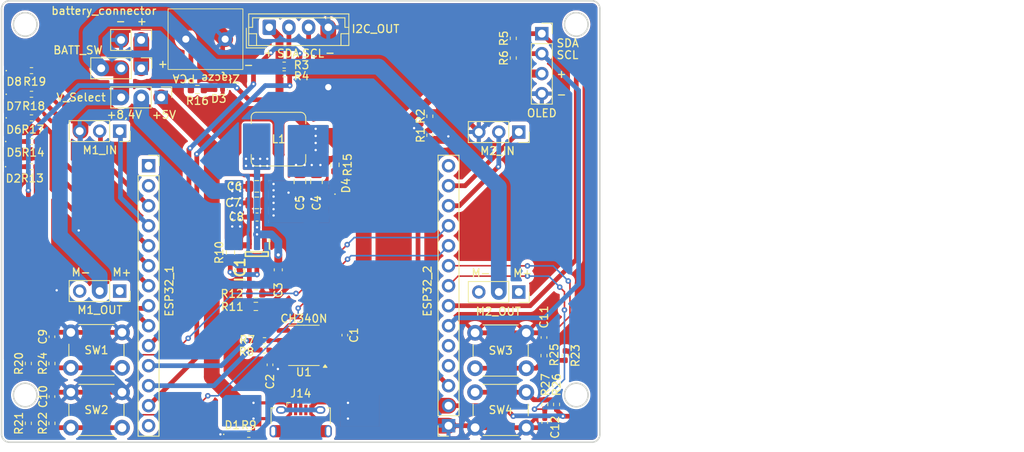
<source format=kicad_pcb>
(kicad_pcb (version 20240108) (generator "pcbnew") (generator_version "8.0")
  (layers (0 "F.Cu" signal) (31 "B.Cu" signal) (34 "B.Paste" user) (35 "F.Paste" user) (36 "B.SilkS" user "B.Silkscreen") (37 "F.SilkS" user "F.Silkscreen") (38 "B.Mask" user) (39 "F.Mask" user) (44 "Edge.Cuts" user))
  (net 0 "")
  (net 1 "GND")
  (net 2 "+5V")
  (net 3 "Net-(U1-V3)")
  (net 4 "Net-(IC1-VBST)")
  (net 5 "SW")
  (net 6 "+3.3V")
  (net 7 "Przetwornica_VIN")
  (net 8 "IO14")
  (net 9 "IO27")
  (net 10 "IO26")
  (net 11 "IO25")
  (net 12 "Net-(D1-A)")
  (net 13 "Net-(D2-A)")
  (net 14 "Net-(D3-A)")
  (net 15 "Net-(D4-A)")
  (net 16 "Net-(D5-A)")
  (net 17 "Net-(D6-A)")
  (net 18 "Net-(D7-A)")
  (net 19 "Net-(D8-A)")
  (net 20 "Net-(IC1-EN)")
  (net 21 "Net-(IC1-VFB)")
  (net 22 "IO17")
  (net 23 "RXD0")
  (net 24 "IO5")
  (net 25 "IO4{slash}M1_PWM+")
  (net 26 "IO21{slash}SDA")
  (net 27 "IO18")
  (net 29 "IO16")
  (net 30 "IO15")
  (net 31 "IO19")
  (net 32 "IO2{slash}M1_PWM-")
  (net 33 "TXD0")
  (net 34 "IO22{slash}SCL")
  (net 35 "IO23")
  (net 36 "IO34")
  (net 37 "IO33{slash}SDA")
  (net 38 "IO35")
  (net 39 "IO12{slash}M2_PWM-")
  (net 40 "IO32{slash}SCL")
  (net 42 "SENSOR_VN")
  (net 43 "IO13{slash}M2_PWM+")
  (net 44 "V_M1-")
  (net 45 "V_M1+")
  (net 46 "+BATT")
  (net 47 "V_M2-")
  (net 48 "V_M2+")
  (net 49 "Net-(J10-Pin_1)")
  (net 50 "Net-(J14-D-)")
  (net 51 "Net-(J14-D+)")
  (net 52 "unconnected-(J14-Shield-Pad6)_1")
  (net 54 "Net-(U1-TXD)")
  (net 55 "Net-(U1-RXD)")
  (net 56 "Net-(R20-Pad2)")
  (net 57 "Net-(R21-Pad2)")
  (net 58 "Net-(R23-Pad2)")
  (net 59 "Net-(R26-Pad2)")
  (footprint "Capacitor_SMD:C_0805_2012Metric" (layer "F.Cu") (at 117.84632 63.194319)
    (property "Reference" "C6")
    (property "Value" "10uF" (hide yes))
  )
  (footprint "Resistor_SMD:R_0603_1608Metric" (layer "F.Cu") (at 110.29632 50.894319 180)
    (property "Reference" "R16")
    (property "Value" "1kR" (hide yes))
  )
  (footprint "LED_SMD:LED_0402_1005Metric" (layer "F.Cu") (at 127.77132 63.094319 90)
    (property "Reference" "D4")
    (property "Value" "LED" (hide yes))
  )
  (footprint "Capacitor_SMD:C_0402_1005Metric_Pad0.74x0.62mm_HandSolder" (layer "F.Cu") (at 91.82132 89.894319 90)
    (property "Reference" "C10")
    (property "Value" "10nF" (hide yes))
  )
  (footprint "Connector_PinSocket_2.54mm:PinSocket_1x03_P2.54mm_Vertical" (layer "F.Cu") (at 100.42132 56.174319 -90)
    (property "Reference" "J4" (hide yes))
    (property "Value" "M1_IN")
  )
  (footprint "User_defined_footprints:SOT95P280X110-6N" (layer "F.Cu") (at 117.84632 71.794319 -90)
    (property "Reference" "IC1")
    (property "Value" "TPS563201DDCR" (hide yes))
  )
  (footprint "Capacitor_SMD:C_0603_1608Metric" (layer "F.Cu") (at 117.87132 67.094319)
    (property "Reference" "C8")
    (property "Value" "0.1uF" (hide yes))
  )
  (footprint "Resistor_SMD:R_0402_1005Metric_Pad0.72x0.64mm_HandSolder" (layer "F.Cu") (at 157.02132 84.694319 -90)
    (property "Reference" "R23")
    (property "Value" "10kR" (hide yes))
  )
  (footprint "Resistor_SMD:R_0402_1005Metric_Pad0.72x0.64mm_HandSolder" (layer "F.Cu") (at 88.82132 93.294319 -90)
    (property "Reference" "R21")
    (property "Value" "10kR" (hide yes))
  )
  (footprint "Resistor_SMD:R_0603_1608Metric" (layer "F.Cu") (at 117.72132 76.844319 180)
    (property "Reference" "R12")
    (property "Value" "10kR" (hide yes))
  )
  (footprint "Connector_PinSocket_2.54mm:PinSocket_1x03_P2.54mm_Vertical" (layer "F.Cu") (at 151.12132 76.614319 -90)
    (property "Reference" "J6" (hide yes))
    (property "Value" "M2_OUT")
  )
  (footprint "Capacitor_SMD:C_0402_1005Metric_Pad0.74x0.62mm_HandSolder" (layer "F.Cu") (at 91.82132 82.294319 90)
    (property "Reference" "C9")
    (property "Value" "10nF" (hide yes))
  )
  (footprint "Resistor_SMD:R_0402_1005Metric_Pad0.72x0.64mm_HandSolder" (layer "F.Cu") (at 121.32132 47.794319)
    (property "Reference" "R3")
    (property "Value" "2,4kR" (hide yes))
  )
  (footprint "Resistor_SMD:R_0402_1005Metric_Pad0.72x0.64mm_HandSolder" (layer "F.Cu") (at 118.82132 82.794319 180)
    (property "Reference" "R7")
    (property "Value" "1kR" (hide yes))
  )
  (footprint "LED_SMD:LED_0402_1005Metric" (layer "F.Cu") (at 114.72382 94.694319)
    (property "Reference" "D1")
    (property "Value" "LED" (hide yes))
  )
  (footprint "Connector_PinSocket_2.54mm:PinSocket_1x03_P2.54mm_Vertical" (layer "F.Cu") (at 151.12132 56.294319 -90)
    (property "Reference" "J5" (hide yes))
    (property "Value" "M2_IN")
  )
  (footprint "Connector_PinHeader_2.54mm:PinHeader_1x03_P2.54mm_Vertical" (layer "F.Cu") (at 105.70132 51.894319 -90)
    (property "Reference" "J9" (hide yes))
    (property "Value" "V_Select")
  )
  (footprint "Connector_PinSocket_2.54mm:PinSocket_1x14_P2.54mm_Vertical" (layer "F.Cu") (at 142.19632 93.594319 180)
    (property "Reference" "J2" (hide yes))
    (property "Value" "ESP32_2")
  )
  (footprint "Resistor_SMD:R_0402_1005Metric_Pad0.72x0.64mm_HandSolder" (layer "F.Cu") (at 91.82132 93.294319 90)
    (property "Reference" "R22")
    (property "Value" "1kR" (hide yes))
  )
  (footprint "Connector_PinSocket_2.54mm:PinSocket_1x04_P2.54mm_Vertical" (layer "F.Cu") (at 154.04632 43.794319)
    (property "Reference" "J11" (hide yes))
    (property "Value" "OLED")
  )
  (footprint "User_defined_footprints:ARK 01x02 5mm" (layer "F.Cu") (at 111.32132 44.494319 180)
    (property "Reference" "J12" (hide yes))
    (property "Value" "Złącze PCA")
  )
  (footprint "Resistor_SMD:R_0603_1608Metric" (layer "F.Cu") (at 117.72132 78.444319)
    (property "Reference" "R11")
    (property "Value" "33.2kR" (hide yes))
  )
  (footprint "Capacitor_SMD:C_0402_1005Metric_Pad0.74x0.62mm_HandSolder" (layer "F.Cu") (at 154.42132 93.194319 -90)
    (property "Reference" "C12")
    (property "Value" "10nF" (hide yes))
  )
  (footprint "Resistor_SMD:R_0402_1005Metric_Pad0.72x0.64mm_HandSolder" (layer "F.Cu") (at 121.32132 48.894319)
    (property "Reference" "R4")
    (property "Value" "2,4kR" (hide yes))
  )
  (footprint "LED_SMD:LED_0402_1005Metric" (layer "F.Cu") (at 87.10382 51.494319)
    (property "Reference" "D7")
    (property "Value" "LED" (hide yes))
  )
  (footprint "LED_SMD:LED_0402_1005Metric" (layer "F.Cu") (at 87.01632 60.694319)
    (property "Reference" "D2")
    (property "Value" "LED" (hide yes))
  )
  (footprint "Connector_PinSocket_2.54mm:PinSocket_1x14_P2.54mm_Vertical" (layer "F.Cu") (at 104.09632 60.574319)
    (property "Reference" "J1" (hide yes))
    (property "Value" "ESP32_1")
  )
  (footprint "Resistor_SMD:R_0402_1005Metric_Pad0.72x0.64mm_HandSolder" (layer "F.Cu") (at 89.21882 54.494319 180)
    (property "Reference" "R17")
    (property "Value" "330R" (hide yes))
  )
  (footprint "Connector_PinSocket_2.54mm:PinSocket_1x03_P2.54mm_Vertical" (layer "F.Cu") (at 100.42132 76.494319 -90)
    (property "Reference" "J3" (hide yes))
    (property "Value" "M1_OUT")
  )
  (footprint "Capacitor_SMD:C_0805_2012Metric" (layer "F.Cu") (at 123.32132 62.594319 90)
    (property "Reference" "C5")
    (property "Value" "22uF" (hide yes))
  )
  (footprint "Resistor_SMD:R_0402_1005Metric_Pad0.72x0.64mm_HandSolder" (layer "F.Cu") (at 118.82382 83.994319 180)
    (property "Reference" "R8")
    (property "Value" "1kR" (hide yes))
  )
  (footprint "Capacitor_SMD:C_0603_1608Metric" (layer "F.Cu") (at 120.57132 73.794319 -90)
    (property "Reference" "C3")
    (property "Value" "0.1uF" (hide yes))
  )
  (footprint "Resistor_SMD:R_0603_1608Metric" (layer "F.Cu") (at 114.49632 71.594319 90)
    (property "Reference" "R10")
    (property "Value" "10kR" (hide yes))
  )
  (footprint "LED_SMD:LED_0402_1005Metric" (layer "F.Cu") (at 87.03882 57.494319)
    (property "Reference" "D5")
    (property "Value" "LED" (hide yes))
  )
  (footprint "Capacitor_SMD:C_0402_1005Metric_Pad0.74x0.62mm_HandSolder" (layer "F.Cu") (at 119.52132 85.861819 -90)
    (property "Reference" "C2")
    (property "Value" "100nF" (hide yes))
  )
  (footprint "Resistor_SMD:R_0402_1005Metric_Pad0.72x0.64mm_HandSolder" (layer "F.Cu") (at 116.82382 94.694319)
    (property "Reference" "R9")
    (property "Value" "330R" (hide yes))
  )
  (footprint "Button_Switch_THT:SW_PUSH_6mm_H5mm" (layer "F.Cu") (at 152.07132 93.844319 180)
    (property "Reference" "SW4")
    (property "Value" "SW_Push" (hide yes))
  )
  (footprint "LED_SMD:LED_0402_1005Metric" (layer "F.Cu") (at 87.10382 54.494319)
    (property "Reference" "D6")
    (property "Value" "LED" (hide yes))
  )
  (footprint "Resistor_SMD:R_0402_1005Metric_Pad0.72x0.64mm_HandSolder" (layer "F.Cu") (at 88.82132 85.694319 -90)
    (property "Reference" "R20")
    (property "Value" "10kR" (hide yes))
  )
  (footprint "Connector_PinHeader_2.54mm:PinHeader_1x03_P2.54mm_Vertical" (layer "F.Cu") (at 103.16132 48.194319 -90)
    (property "Reference" "J10" (hide yes))
    (property "Value" "BATT_SW")
  )
  (footprint "LED_SMD:LED_0402_1005Metric" (layer "F.Cu") (at 113.01132 50.894319 180)
    (property "Reference" "D3")
    (property "Value" "LED" (hide yes))
  )
  (footprint "Resistor_SMD:R_0402_1005Metric_Pad0.72x0.64mm_HandSolder" (layer "F.Cu") (at 91.82132 85.696819 90)
    (property "Reference" "R24")
    (property "Value" "1kR" (hide yes))
  )
  (footprint "Connector_USB:USB_Micro-B_Amphenol_10118194_Horizontal" (layer "F.Cu") (at 123.42132 92.994319)
    (property "Reference" "J14")
    (property "Value" "USB_B_Micro" (hide yes))
  )
  (footprint "Resistor_SMD:R_0402_1005Metric_Pad0.72x0.64mm_HandSolder" (layer "F.Cu") (at 139.82132 54.289319 90)
    (property "Reference" "R2")
    (property "Value" "10kR" (hide yes))
  )
  (footprint "LED_SMD:LED_0402_1005Metric" (layer "F.Cu") (at 87.10632 48.494319)
    (property "Reference" "D8")
    (property "Value" "LED" (hide yes))
  )
  (footprint "Resistor_SMD:R_0402_1005Metric_Pad0.72x0.64mm_HandSolder" (layer "F.Cu") (at 155.92132 90.894319 90)
    (property "Reference" "R26")
    (property "Value" "10kR" (hide yes))
  )
  (footprint "Resistor_SMD:R_0402_1005Metric_Pad0.72x0.64mm_HandSolder" (layer "F.Cu") (at 154.42132 90.894319 -90)
    (property "Reference" "R27")
    (property "Value" "1kR" (hide yes))
  )
  (footprint "Connector_PinHeader_2.54mm:PinHeader_1x02_P2.54mm_Vertical" (layer "F.Cu") (at 103.14632 44.594319 -90)
    (property "Reference" "J8" (hide yes))
    (property "Value" "battery_connector")
  )
  (footprint "Resistor_SMD:R_0402_1005Metric_Pad0.72x0.64mm_HandSolder" (layer "F.Cu") (at 150.42132 44.394319 90)
    (property "Reference" "R5")
    (property "Value" "2,4kR" (hide yes))
  )
  (footprint "Connector_JST:JST_EH_B4B-EH-A_1x04_P2.50mm_Vertical" (layer "F.Cu") (at 119.42132 42.994319)
    (property "Reference" "J7" (hide yes))
    (property "Value" "I2C_OUT")
  )
  (footprint "Capacitor_SMD:C_0402_1005Metric_Pad0.74x0.62mm_HandSolder" (layer "F.Cu") (at 129.02132 82.094319 -90)
    (property "Reference" "C1")
    (property "Value" "100nF" (hide yes))
  )
  (footprint "Resistor_SMD:R_0603_1608Metric" (layer "F.Cu") (at 127.77132 60.459319 90)
    (property "Reference" "R15")
    (property "Value" "330R" (hide yes))
  )
  (footprint "Resistor_SMD:R_0402_1005Metric_Pad0.72x0.64mm_HandSolder" (layer "F.Cu") (at 89.21882 60.694319 180)
    (property "Reference" "R13")
    (property "Value" "330R" (hide yes))
  )
  (footprint "Capacitor_SMD:C_0805_2012Metric" (layer "F.Cu") (at 117.84632 65.294319)
    (property "Reference" "C7")
    (property "Value" "10uF" (hide yes))
  )
  (footprint "Capacitor_SMD:C_0402_1005Metric_Pad0.74x0.62mm_HandSolder" (layer "F.Cu") (at 154.32132 82.394319 90)
    (property "Reference" "C11")
    (property "Value" "10nF" (hide yes))
  )
  (footprint "Resistor_SMD:R_0402_1005Metric_Pad0.72x0.64mm_HandSolder" (layer "F.Cu") (at 150.42132 46.894319 90)
    (property "Reference" "R6")
    (property "Value" "2,4kR" (hide yes))
  )
  (footprint "Resistor_SMD:R_0402_1005Metric_Pad0.72x0.64mm_HandSolder" (layer "F.Cu") (at 89.23882 57.494319 180)
    (property "Reference" "R14")
    (property "Value" "330R" (hide yes))
  )
  (footprint "Package_SO:SOP-8_3.9x4.9mm_P1.27mm" (layer "F.Cu") (at 123.82132 83.394319 180)
    (property "Reference" "U1")
    (property "Value" "CH340N")
  )
  (footprint "Button_Switch_THT:SW_PUSH_6mm_H5mm" (layer "F.Cu") (at 94.22132 89.344319)
    (property "Reference" "SW2")
    (property "Value" "SW_Push" (hide yes))
  )
  (footprint "Button_Switch_THT:SW_PUSH_6mm_H5mm" (layer "F.Cu") (at 145.57132 81.794319)
    (property "Reference" "SW3")
    (property "Value" "SW_Push" (hide yes))
  )
  (footprint "Inductor_SMD:L_Bourns_SRP7028A_7.3x6.6mm" (layer "F.Cu") (at 120.59632 57.194319 180)
    (property "Reference" "L1")
    (property "Value" "2.2uH" (hide yes))
  )
  (footprint "Capacitor_SMD:C_0805_2012Metric" (layer "F.Cu") (at 125.42132 62.594319 90)
    (property "Reference" "C4")
    (property "Value" "22uF" (hide yes))
  )
  (footprint "Resistor_SMD:R_0402_1005Metric_Pad0.72x0.64mm_HandSolder" (layer "F.Cu") (at 89.21882 51.494319 180)
    (property "Reference" "R18")
    (property "Value" "330R" (hide yes))
  )
  (footprint "Resistor_SMD:R_0402_1005Metric_Pad0.72x0.64mm_HandSolder" (layer "F.Cu") (at 154.32132 84.694319 90)
    (property "Reference" "R25")
    (property "Value" "1kR" (hide yes))
  )
  (footprint "Button_Switch_THT:SW_PUSH_6mm_H5mm" (layer "F.Cu") (at 94.22132 81.744319)
    (property "Reference" "SW1")
    (property "Value" "SW_Push" (hide yes))
  )
  (footprint "Resistor_SMD:R_0402_1005Metric_Pad0.72x0.64mm_HandSolder" (layer "F.Cu") (at 139.82132 56.691819 90)
    (property "Reference" "R1")
    (property "Value" "10kR" (hide yes))
  )
  (footprint "Resistor_SMD:R_0402_1005Metric_Pad0.72x0.64mm_HandSolder" (layer "F.Cu") (at 89.21882 48.494319 180)
    (property "Reference" "R19")
    (property "Value" "330R" (hide yes))
  )
  (gr_arc (start 161.42132 94.694229) (mid 161.132248 95.397556) (end 160.432131 95.69432) (stroke (width 0.2)) (layer "Edge.Cuts"))
  (gr_circle (center 158.42132 89.69432) (end 159.92132 89.69432) (stroke (width 0.2)) (fill none) (layer "Edge.Cuts"))
  (gr_circle (center 88.42132 42.62132) (end 89.92132 42.62132) (stroke (width 0.2)) (fill none) (layer "Edge.Cuts"))
  (gr_arc (start 86.421319 95.69432) (mid 85.714213 95.401427) (end 85.42132 94.694321) (stroke (width 0.2)) (layer "Edge.Cuts"))
  (gr_arc (start 160.421369 39.62132) (mid 161.128444 39.914219) (end 161.42132 40.62132) (stroke (width 0.2)) (layer "Edge.Cuts"))
  (gr_line (start 86.421319 95.69432) (end 160.432131 95.69432) (stroke (width 0.2)) (layer "Edge.Cuts"))
  (gr_line (start 160.421369 39.62132) (end 86.421324 39.62132) (stroke (width 0.2)) (layer "Edge.Cuts"))
  (gr_arc (start 85.42132 40.621323) (mid 85.714214 39.914214) (end 86.421324 39.62132) (stroke (width 0.2)) (layer "Edge.Cuts"))
  (gr_circle (center 158.42132 42.62132) (end 159.92132 42.62132) (stroke (width 0.2)) (fill none) (layer "Edge.Cuts"))
  (gr_circle (center 88.42132 89.69432) (end 89.92132 89.69432) (stroke (width 0.2)) (fill none) (layer "Edge.Cuts"))
  (gr_line (start 161.42132 94.694229) (end 161.42132 40.62132) (stroke (width 0.2)) (layer "Edge.Cuts"))
  (gr_line (start 85.42132 40.621323) (end 85.42132 94.694321) (stroke (width 0.2)) (layer "Edge.Cuts"))
  (gr_text "+\n" (at 118.62132 46.794319 0) (layer "F.SilkS") (effects (font (size 1 1) (thickness 0.16)) (justify left bottom)))
  (gr_text "+5V" (at 104.42132 54.694319 0) (layer "F.SilkS") (effects (font (size 1 1) (thickness 0.16)) (justify left bottom)))
  (gr_text "+8,4V" (at 98.67132 54.674319 0) (layer "F.SilkS") (effects (font (size 1 1) (thickness 0.16)) (justify left bottom)))
  (gr_text "SCL" (at 155.82132 47.094319 0) (layer "F.SilkS") (effects (font (size 1 1) (thickness 0.16)) (justify left bottom)))
  (gr_text "+\n" (at 102.52132 42.794319 0) (layer "F.SilkS") (effects (font (size 1 1) (thickness 0.16)) (justify left bottom)))
  (gr_text "+\n" (at 105.18132 48.214319 0) (layer "F.SilkS") (effects (font (size 1 1) (thickness 0.16)) (justify left bottom)))
  (gr_text "-" (at 116.07132 48.344319 0) (layer "F.SilkS") (effects (font (size 1 1) (thickness 0.16)) (justify left bottom)))
  (gr_text "SDA" (at 120.32132 46.894319 0) (layer "F.SilkS") (effects (font (size 1 1) (thickness 0.16)) (justify left bottom)))
  (gr_text "SCL" (at 123.52132 46.894319 0) (layer "F.SilkS") (effects (font (size 1 1) (thickness 0.16)) (justify left bottom)))
  (gr_text "-" (at 155.82132 52.094319 0) (layer "F.SilkS") (effects (font (size 1 1) (thickness 0.16)) (justify left bottom)))
  (gr_text "M+" (at 99.42132 74.694319 0) (layer "F.SilkS") (effects (font (size 1 1) (thickness 0.16)) (justify left bottom)))
  (gr_text "SDA" (at 155.82132 45.594319 0) (layer "F.SilkS") (effects (font (size 1 1) (thickness 0.16)) (justify left bottom)))
  (gr_text "M+" (at 150.32132 74.794319 0) (layer "F.SilkS") (effects (font (size 1 1) (thickness 0.16)) (justify left bottom)))
  (gr_text "M-\n" (at 145.02132 74.794319 0) (layer "F.SilkS") (effects (font (size 1 1) (thickness 0.16)) (justify left bottom)))
  (gr_text "M-\n" (at 94.22132 74.694319 0) (layer "F.SilkS") (effects (font (size 1 1) (thickness 0.16)) (justify left bottom)))
  (gr_text "+\n" (at 155.82132 49.494319 0) (layer "F.SilkS") (effects (font (size 1 1) (thickness 0.16)) (justify left bottom)))
  (gr_text "-" (at 99.82132 42.794319 0) (layer "F.SilkS") (effects (font (size 1 1) (thickness 0.16)) (justify left bottom)))
  (gr_text "-" (at 126.42132 46.794319 0) (layer "F.SilkS") (effects (font (size 1 1) (thickness 0.16)) (justify left bottom)))
  (segment (start 124.72132 92.069319) (end 125.34632 92.694319) (width 0.4) (layer "F.Cu") (net 1))
  (segment (start 137.901348 55.794319) (end 139.82132 53.874347) (width 0.2) (layer "F.Cu") (net 1))
  (segment (start 119.52132 86.429319) (end 120.48632 86.429319) (width 0.6) (layer "F.Cu") (net 1))
  (segment (start 130.32132 93.594319) (end 129.42132 92.694319) (width 2) (layer "F.Cu") (net 1))
  (segment (start 95.44132 47.274319) (end 95.44132 56.174319) (width 2) (layer "F.Cu") (net 1))
  (segment (start 86.53132 60.694319) (end 86.53132 57.516819) (width 0.6) (layer "F.Cu") (net 1))
  (segment (start 118.54632 76.844319) (end 119.80286 76.844319) (width 0.6) (layer "F.Cu") (net 1))
  (segment (start 124.72132 91.119319) (end 129.02132 86.819319) (width 0.4) (layer "F.Cu") (net 1))
  (segment (start 139.82132 53.874347) (end 139.82132 53.691819) (width 0.2) (layer "F.Cu") (net 1))
  (segment (start 121.87132 63.994319) (end 121.97132 63.994319) (width 0.6) (layer "F.Cu") (net 1))
  (segment (start 113.49632 50.894319) (end 113.49632 44.819319) (width 0.6) (layer "F.Cu") (net 1))
  (segment (start 126.92132 50.594319) (end 126.92132 42.994319) (width 2) (layer "F.Cu") (net 1))
  (segment (start 118.79632 65.294319) (end 119.97132 65.294319) (width 0.6) (layer "F.Cu") (net 1))
  (segment (start 124.72132 91.406882) (end 125.433883 90.694319) (width 0.4) (layer "F.Cu") (net 1))
  (segment (start 152.07132 81.794319) (end 145.57132 81.794319) (width 0.6) (layer "F.Cu") (net 1))
  (segment (start 120.77132 62.894319) (end 121.87132 63.994319) (width 0.6) (layer "F.Cu") (net 1))
  (segment (start 126.44632 82.759319) (end 128.92382 82.759319) (width 0.4) (layer "F.Cu") (net 1))
  (segment (start 118.79632 70.544319) (end 118.79632 67.244319) (width 0.6) (layer "F.Cu") (net 1))
  (segment (start 95.44132 47.274319) (end 87.521321 47.274319) (width 0.6) (layer "F.Cu") (net 1))
  (segment (start 124.72132 91.594319) (end 124.72132 91.406882) (width 0.4) (layer "F.Cu") (net 1))
  (segment (start 100.60632 43.034319) (end 101.24632 42.394319) (width 2) (layer "F.Cu") (net 1))
  (segment (start 119.97132 66.894319) (end 119.97132 62.894319) (width 0.6) (layer "F.Cu") (net 1))
  (segment (start 119.97132 66.894319) (end 120.67132 66.894319) (width 0.6) (layer "F.Cu") (net 1))
  (segment (start 95.22132 68.794319) (end 92.42132 71.594319) (width 0.6) (layer "F.Cu") (net 1))
  (segment (start 123.77132 64.794319) (end 123.77132 63.994319) (width 0.6) (layer "F.Cu") (net 1))
  (segment (start 129.02132 86.819319) (end 129.02132 82.661819) (width 0.4) (layer "F.Cu") (net 1))
  (segment (start 118.79632 67.244319) (end 118.64632 67.094319) (width 0.6) (layer "F.Cu") (net 1))
  (segment (start 86.62132 51.491819) (end 86.61882 51.494319) (width 0.6) (layer "F.Cu") (net 1))
  (segment (start 120.67132 66.894319) (end 122.77132 64.794319) (width 0.6) (layer "F.Cu") (net 1))
  (segment (start 86.62132 48.17432) (end 86.62132 48.494319) (width 0.6) (layer "F.Cu") (net 1))
  (segment (start 122.77132 64.094319) (end 123.32132 63.544319) (width 0.6) (layer "F.Cu") (net 1))
  (segment (start 145.57132 93.844319) (end 152.07132 93.844319) (width 0.6) (layer "F.Cu") (net 1))
  (segment (start 113.49632 44.819319) (end 113.82132 44.494319) (width 0.6) (layer "F.Cu") (net 1))
  (segment (start 100.60632 44.594319) (end 98.12132 44.594319) (width 2) (layer "F.Cu") (net 1))
  (segment (start 100.72132 89.344319) (end 94.22132 89.344319) (width 0.6) (layer "F.Cu") (net 1))
  (segment (start 154.28882 81.794319) (end 154.32132 81.826819) (width 0.6) (layer "F.Cu") (net 1))
  (segment (start 120.57132 65.294319) (end 121.87132 63.994319) (width 0.6) (layer "F.Cu") (net 1))
  (segment (start 119.80286 76.844319) (end 125.42132 71.225859) (width 0.6) (layer "F.Cu") (net 1))
  (segment (start 125.87132 64.794319) (end 126.55632 64.794319) (width 0.6) (layer "F.Cu") (net 1))
  (segment (start 124.72132 91.594319) (end 124.72132 91.119319) (width 0.4) (layer "F.Cu") (net 1))
  (segment (start 126.55632 64.794319) (end 127.77132 63.579319) (width 0.6) (layer "F.Cu") (net 1))
  (segment (start 86.61882 54.494319) (end 86.61882 51.494319) (width 0.6) (layer "F.Cu") (net 1))
  (segment (start 119.97132 65.294319) (end 120.57132 65.294319) (width 0.6) (layer "F.Cu") (net 1))
  (segment (start 114.23882 94.694319) (end 113.22132 94.694319) (width 0.6) (layer "F.Cu") (net 1))
  (segment (start 152.07132 93.844319) (end 154.33882 93.844319) (width 0.6) (layer "F.Cu") (net 1))
  (segment (start 118.64632 67.094319) (end 119.77132 67.094319) (width 0.6) (layer "F.Cu") (net 1))
  (segment (start 123.77132 63.994319) (end 123.32132 63.544319) (width 0.6) (layer "F.Cu") (net 1))
  (segment (start 137.82132 55.794319) (end 137.901348 55.794319) (width 0.2) (layer "F.Cu") (net 1))
  (segment (start 92.42132 71.594319) (end 92.42132 76.394319) (width 0.6) (layer "F.Cu") (net 1))
  (segment (start 86.53132 57.516819) (end 86.55382 57.494319) (width 0.6) (layer "F.Cu") (net 1))
  (segment (start 86.62132 48.494319) (end 86.62132 51.491819) (width 0.6) (layer "F.Cu") (net 1))
  (segment (start 94.22132 81.744319) (end 100.72132 81.744319) (width 0.6) (layer "F.Cu") (net 1))
  (segment (start 122.77132 64.794319) (end 125.87132 64.794319) (width 0.6) (layer "F.Cu") (net 1))
  (segment (start 119.77132 67.094319) (end 119.97132 66.894319) (width 0.6) (layer "F.Cu") (net 1))
  (segment (start 125.433883 90.694319) (end 129.42132 90.694319) (width 0.4) (layer "F.Cu") (net 1))
  (segment (start 119.97132 62.894319) (end 120.77132 62.894319) (width 0.6) (layer "F.Cu") (net 1))
  (segment (start 87.521321 47.274319) (end 86.62132 48.17432) (width 0.6) (layer "F.Cu") (net 1))
  (segment (start 91.83882 89.344319) (end 91.82132 89.326819) (width 0.6) (layer "F.Cu") (net 1))
  (segment (start 111.72132 42.394319) (end 113.82132 44.494319) (width 2) (layer "F.Cu") (net 1))
  (segment (start 143.43882 53.691819) (end 139.82132 53.691819) (width 0.6) (layer "F.Cu") (net 1))
  (segment (start 152.07132 81.794319) (end 154.28882 81.794319) (width 0.6) (layer "F.Cu") (net 1))
  (segment (start 100.60632 44.594319) (end 100.60632 43.034319) (width 2) (layer "F.Cu") (net 1))
  (segment (start 118.79632 63.194319) (end 119.67132 63.194319) (width 0.6) (layer "F.Cu") (net 1))
  (segment (start 125.42132 71.225859) (end 125.42132 63.544319) (width 0.6) (layer "F.Cu") (net 1))
  (segment (start 91.82132 81.726819) (end 94.20382 81.726819) (width 0.6) (layer "F.Cu") (net 1))
  (segment (start 142.19632 93.594319) (end 130.32132 93.594319) (width 2) (layer "F.Cu") (net 1))
  (segment (start 124.72132 91.594319) (end 124.72132 92.069319) (width 0.4) (layer "F.Cu") (net 1))
  (segment (start 101.24632 42.394319) (end 111.72132 42.394319) (width 2) (layer "F.Cu") (net 1))
  (segment (start 94.22132 89.344319) (end 91.83882 89.344319) (width 0.6) (layer "F.Cu") (net 1))
  (segment (start 154.33882 93.844319) (end 154.42132 93.761819) (width 0.6) (layer "F.Cu") (net 1))
  (segment (start 86.55382 54.559319) (end 86.61882 54.494319) (width 0.6) (layer "F.Cu") (net 1))
  (segment (start 125.34632 92.694319) (end 129.42132 92.694319) (width 0.4) (layer "F.Cu") (net 1))
  (segment (start 145.32132 93.594319) (end 145.57132 93.844319) (width 0.6) (layer "F.Cu") (net 1))
  (segment (start 120.48632 86.429319) (end 120.52132 86.394319) (width 0.6) (layer "F.Cu") (net 1))
  (segment (start 146.04132 56.294319) (end 143.43882 53.691819) (width 0.6) (layer "F.Cu") (net 1))
  (segment (start 142.19632 93.594319) (end 145.32132 93.594319) (width 0.6) (layer "F.Cu") (net 1))
  (segment (start 122.77132 64.794319) (end 122.77132 64.094319) (width 0.6) (layer "F.Cu") (net 1))
  (segment (start 94.20382 81.726819) (end 94.22132 81.744319) (width 0.6) (layer "F.Cu") (net 1))
  (segment (start 86.55382 57.494319) (end 86.55382 54.559319) (width 0.6) (layer "F.Cu") (net 1))
  (segment (start 121.97132 63.994319) (end 122.77132 64.794319) (width 0.6) (layer "F.Cu") (net 1))
  (segment (start 98.12132 44.594319) (end 95.44132 47.274319) (width 2) (layer "F.Cu") (net 1))
  (segment (start 119.67132 63.194319) (end 119.97132 62.894319) (width 0.6) (layer "F.Cu") (net 1))
  (segment (start 128.92382 82.759319) (end 129.02132 82.661819) (width 0.4) (layer "F.Cu") (net 1))
  (via (at 121.87132 63.994319) (size 0.7) (drill 0.3) (layers "F.Cu" "B.Cu") (net 1))
  (via (at 124.77132 64.794319) (size 0.7) (drill 0.3) (layers "F.Cu" "B.Cu") (net 1))
  (via (at 113.22132 94.694319) (size 0.7) (drill 0.3) (layers "F.Cu" "B.Cu") (net 1))
  (via (at 92.42132 76.394319) (size 0.7) (drill 0.3) (layers "F.Cu" "B.Cu") (net 1))
  (via (at 119.97132 64.494319) (size 0.7) (drill 0.3) (layers "F.Cu" "B.Cu") (net 1))
  (via (at 129.42132 92.694319) (size 0.7) (drill 0.3) (layers "F.Cu" "B.Cu") (net 1))
  (via (at 126.92132 50.594319) (size 2) (drill 0.8) (layers "F.Cu" "B.Cu") (net 1))
  (via (at 137.82132 55.794319) (size 0.7) (drill 0.3) (layers "F.Cu" "B.Cu") (net 1))
  (via (at 119.97132 66.894319) (size 0.7) (drill 0.3) (layers "F.Cu" "B.Cu") (net 1))
  (via (at 95.22132 68.794319) (size 0.7) (drill 0.3) (layers "F.Cu" "B.Cu") (net 1))
  (via (at 119.97132 63.694319) (size 0.7) (drill 0.3) (layers "F.Cu" "B.Cu") (net 1))
  (via (at 119.97132 62.894319) (size 0.7) (drill 0.3) (layers "F.Cu" "B.Cu") (net 1))
  (via (at 120.52132 86.394319) (size 0.7) (drill 0.3) (layers "F.Cu" "B.Cu") (net 1))
  (via (at 119.97132 65.294319) (size 0.7) (drill 0.3) (layers "F.Cu" "B.Cu") (net 1))
  (via (at 122.77132 64.794319) (size 0.7) (drill 0.3) (layers "F.Cu" "B.Cu") (net 1))
  (via (at 123.77132 64.794319) (size 0.7) (drill 0.3) (layers "F.Cu" "B.Cu") (net 1))
  (via (at 129.42132 90.694319) (size 0.7) (drill 0.3) (layers "F.Cu" "B.Cu") (net 1))
  (via (at 125.87132 64.794319) (size 0.7) (drill 0.3) (layers "F.Cu" "B.Cu") (net 1))
  (via (at 119.97132 66.094319) (size 0.7) (drill 0.3) (layers "F.Cu" "B.Cu") (net 1))
  (segment (start 100.72132 89.344319) (end 100.71005 89.344319) (width 2) (layer "B.Cu") (net 1))
  (segment (start 124.77132 64.794319) (end 131.82132 64.794319) (width 2) (layer "B.Cu") (net 1))
  (segment (start 113.22132 94.694319) (end 117.77132 94.694319) (width 0.6) (layer "B.Cu") (net 1))
  (segment (start 150.92132 51.414319) (end 146.04132 56.294319) (width 0.6) (layer "B.Cu") (net 1))
  (segment (start 95.44132 56.174319) (end 95.44132 68.574319) (width 0.6) (layer "B.Cu") (net 1))
  (segment (start 149.87132 89.544319) (end 145.57132 93.844319) (width 2) (layer "B.Cu") (net 1))
  (segment (start 92.42132 79.944319) (end 94.22132 81.744319) (width 0.6) (layer "B.Cu") (net 1))
  (segment (start 131.89132 61.724319) (end 137.82132 55.794319) (width 0.2) (layer "B.Cu") (net 1))
  (segment (start 116.99632 41.319319) (end 113.82132 44.494319) (width 1) (layer "B.Cu") (net 1))
  (segment (start 126.92132 42.994319) (end 125.24632 41.319319) (width 1) (layer "B.Cu") (net 1))
  (segment (start 128.94132 61.724319) (end 131.89132 61.724319) (width 0.2) (layer "B.Cu") (net 1))
  (segment (start 124.77132 86.044319) (end 124.77132 64.794319) (width 2) (layer "B.Cu") (net 1))
  (segment (start 125.24632 41.319319) (end 116.99632 41.319319) (width 1) (layer "B.Cu") (net 1))
  (segment (start 129.42132 90.694319) (end 124.77132 86.044319) (width 2) (layer "B.Cu") (net 1))
  (segment (start 92.42132 76.394319) (end 92.42132 79.944319) (width 0.6) (layer "B.Cu") (net 1))
  (segment (start 117.77132 94.694319) (end 119.77132 92.694319) (width 0.6) (layer "B.Cu") (net 1))
  (segment (start 100.71005 89.344319) (end 94.22132 82.855589) (width 2) (layer "B.Cu") (net 1))
  (segment (start 131.82132 64.794319) (end 133.92132 62.694319) (width 2) (layer "B.Cu") (net 1))
  (segment (start 94.22132 82.855589) (end 94.22132 81.744319) (width 2) (layer "B.Cu") (net 1))
  (segment (start 124.42132 86.394319) (end 124.77132 86.044319) (width 0.6) (layer "B.Cu") (net 1))
  (segment (start 95.44132 68.574319) (end 95.22132 68.794319) (width 0.6) (layer "B.Cu") (net 1))
  (segment (start 133.92132 57.594319) (end 126.92132 50.594319) (width 2) (layer "B.Cu") (net 1))
  (segment (start 154.04632 51.414319) (end 150.92132 51.414319) (width 0.6) (layer "B.Cu") (net 1))
  (segment (start 133.92132 62.694319) (end 133.92132 57.594319) (width 2) (layer "B.Cu") (net 1))
  (segment (start 120.52132 86.394319) (end 124.42132 86.394319) (width 0.6) (layer "B.Cu") (net 1))
  (segment (start 149.87132 83.994319) (end 149.87132 89.544319) (width 2) (layer "B.Cu") (net 1))
  (segment (start 152.07132 81.794319) (end 149.87132 83.994319) (width 2) (layer "B.Cu") (net 1))
  (segment (start 125.87132 64.794319) (end 128.94132 61.724319) (width 0.2) (layer "B.Cu") (net 1))
  (segment (start 119.77132 92.694319) (end 129.42132 92.694319) (width 0.6) (layer "B.Cu") (net 1))
  (segment (start 122.12132 86.794319) (end 122.82132 86.094319) (width 0.4) (layer "F.Cu") (net 2))
  (segment (start 122.82132 86.094319) (end 122.82132 82.394319) (width 0.4) (layer "F.Cu") (net 2))
  (segment (start 121.49632 92.694319) (end 117.42132 92.694319) (width 0.4) (layer "F.Cu") (net 2))
  (segment (start 112.12132 58.314319) (end 105.70132 51.894319) (width 2) (layer "F.Cu") (net 2))
  (segment (start 117.42132 92.694319) (end 117.42132 94.694319) (width 0.4) (layer "F.Cu") (net 2))
  (segment (start 121.89632 80.789319) (end 121.19632 81.489319) (width 0.4) (layer "F.Cu") (net 2))
  (segment (start 112.12132 87.394319) (end 112.12132 58.314319) (width 2) (layer "F.Cu") (net 2))
  (segment (start 122.82132 82.394319) (end 121.91632 81.489319) (width 0.4) (layer "F.Cu") (net 2))
  (segment (start 128.28382 80.789319) (end 121.89632 80.789319) (width 0.4) (layer "F.Cu") (net 2))
  (segment (start 122.12132 91.594319) (end 122.12132 86.794319) (width 0.4) (layer "F.Cu") (net 2))
  (segment (start 129.02132 81.526819) (end 128.28382 80.789319) (width 0.4) (layer "F.Cu") (net 2))
  (segment (start 122.12132 91.594319) (end 122.12132 91.406882) (width 0.4) (layer "F.Cu") (net 2))
  (segment (start 121.91632 81.489319) (end 121.19632 81.489319) (width 0.4) (layer "F.Cu") (net 2))
  (segment (start 121.408757 90.694319) (end 117.42132 90.694319) (width 0.4) (layer "F.Cu") (net 2))
  (segment (start 122.12132 92.069319) (end 121.49632 92.694319) (width 0.4) (layer "F.Cu") (net 2))
  (segment (start 122.12132 91.406882) (end 121.408757 90.694319) (width 0.4) (layer "F.Cu") (net 2))
  (segment (start 122.12132 91.594319) (end 122.12132 92.069319) (width 0.4) (layer "F.Cu") (net 2))
  (segment (start 117.42132 92.694319) (end 112.12132 87.394319) (width 2) (layer "F.Cu") (net 2))
  (via (at 117.42132 92.694319) (size 0.7) (drill 0.3) (layers "F.Cu" "B.Cu") (net 2))
  (via (at 117.42132 90.694319) (size 0.7) (drill 0.3) (layers "F.Cu" "B.Cu") (net 2))
  (segment (start 119.52632 85.299319) (end 119.52132 85.294319) (width 0.4) (layer "F.Cu") (net 3))
  (segment (start 121.19632 85.299319) (end 119.52632 85.299319) (width 0.4) (layer "F.Cu") (net 3))
  (segment (start 118.79632 73.044319) (end 118.79632 73.719319) (width 0.6) (layer "F.Cu") (net 4))
  (segment (start 119.64632 74.569319) (end 120.57132 74.569319) (width 0.6) (layer "F.Cu") (net 4))
  (segment (start 118.79632 73.719319) (end 119.64632 74.569319) (width 0.6) (layer "F.Cu") (net 4))
  (segment (start 117.87132 70.519319) (end 117.84632 70.544319) (width 0.6) (layer "F.Cu") (net 5))
  (segment (start 120.57132 73.019319) (end 120.57132 71.894319) (width 1) (layer "F.Cu") (net 5))
  (segment (start 117.87132 68.394319) (end 117.87132 70.519319) (width 0.6) (layer "F.Cu") (net 5))
  (via (at 119.17132 59.694319) (size 0.8) (drill 0.3) (layers "F.Cu" "B.Cu") (net 5))
  (via (at 117.87132 68.394319) (size 0.8) (drill 0.3) (layers "F.Cu" "B.Cu") (net 5))
  (via (at 117.37132 60.594319) (size 0.8) (drill 0.3) (layers "F.Cu" "B.Cu") (net 5))
  (via (at 116.47132 60.594319) (size 0.8) (drill 0.3) (layers "F.Cu" "B.Cu") (net 5))
  (via (at 118.27132 59.694319) (size 0.8) (drill 0.3) (layers "F.Cu" "B.Cu") (net 5))
  (via (at 118.27132 60.594319) (size 0.8) (drill 0.3) (layers "F.Cu" "B.Cu") (net 5))
  (via (at 119.17132 60.594319) (size 0.8) (drill 0.3) (layers "F.Cu" "B.Cu") (net 5))
  (via (at 117.37132 59.694319) (size 0.8) (drill 0.3) (layers "F.Cu" "B.Cu") (net 5))
  (via (at 120.57132 71.894319) (size 0.8) (drill 0.4) (layers "F.Cu" "B.Cu") (net 5))
  (via (at 117.87132 69.294319) (size 0.8) (drill 0.3) (layers "F.Cu" "B.Cu") (net 5))
  (via (at 116.47132 59.694319) (size 0.8) (drill 0.3) (layers "F.Cu" "B.Cu") (net 5))
  (segment (start 120.57132 70.194319) (end 119.67132 69.294319) (width 1) (layer "B.Cu") (net 5))
  (segment (start 120.57132 71.894319) (end 120.57132 70.194319) (width 1) (layer "B.Cu") (net 5))
  (segment (start 119.67132 69.294319) (end 117.87132 69.294319) (width 1) (layer "B.Cu") (net 5))
  (segment (start 117.87132 69.294319) (end 117.87132 60.994319) (width 0.6) (layer "B.Cu") (net 5))
  (segment (start 117.87132 60.994319) (end 118.27132 60.594319) (width 0.6) (layer "B.Cu") (net 5))
  (segment (start 135.149892 56.785089) (end 125.32132 56.785089) (width 1) (layer "F.Cu") (net 6))
  (segment (start 128.74632 60.609319) (end 127.77132 59.634319) (width 0.6) (layer "F.Cu") (net 6))
  (segment (start 123.32132 57.194319) (end 123.32132 61.644319) (width 0.6) (layer "F.Cu") (net 6))
  (segment (start 154.04632 48.874319) (end 151.80382 48.874319) (width 1) (layer "F.Cu") (net 6))
  (segment (start 127.77132 59.634319) (end 125.76132 59.634319) (width 0.6) (layer "F.Cu") (net 6))
  (segment (start 86.12132 90.694319) (end 86.12132 86.194319) (width 0.6) (layer "F.Cu") (net 6))
  (segment (start 88.82132 92.696819) (end 88.12382 92.696819) (width 0.6) (layer "F.Cu") (net 6))
  (segment (start 155.92132 91.594319) (end 155.92132 91.491819) (width 0.6) (layer "F.Cu") (net 6))
  (segment (start 131.42132 60.839704) (end 131.42132 85.094319) (width 2) (layer "F.Cu") (net 6))
  (segment (start 150.101321 47.491819) (end 150.42132 47.491819) (width 0.6) (layer "F.Cu") (net 6))
  (segment (start 137.38132 91.054319) (end 142.19632 91.054319) (width 2) (layer "F.Cu") (net 6))
  (segment (start 160.62132 87.37682) (end 160.62132 90.794319) (width 0.6) (layer "F.Cu") (net 6))
  (segment (start 149.60132 46.991818) (end 150.101321 47.491819) (width 0.6) (layer "F.Cu") (net 6))
  (segment (start 87.21882 85.096819) (end 88.82132 85.096819) (width 0.6) (layer "F.Cu") (net 6))
  (segment (start 118.54632 78.444319) (end 119.334231 78.444319) (width 0.6) (layer "F.Cu") (net 6))
  (segment (start 120.72382 47.794319) (end 120.72382 44.296819) (width 1) (layer "F.Cu") (net 6))
  (segment (start 120.72382 44.296819) (end 119.42132 42.994319) (width 1) (layer "F.Cu") (net 6))
  (segment (start 120.72382 48.894319) (end 120.72382 47.794319) (width 1) (layer "F.Cu") (net 6))
  (segment (start 119.334231 78.444319) (end 128.74632 69.03223) (width 0.6) (layer "F.Cu") (net 6))
  (segment (start 116.81459 52.187589) (end 120.72382 52.187589) (width 0.6) (layer "F.Cu") (net 6))
  (segment (start 151.80382 48.874319) (end 150.42132 47.491819) (width 1) (layer "F.Cu") (net 6))
  (segment (start 154.04632 48.874319) (end 143.060662 48.874319) (width 1) (layer "F.Cu") (net 6))
  (segment (start 156.72132 92.394319) (end 155.92132 91.594319) (width 0.6) (layer "F.Cu") (net 6))
  (segment (start 125.32132 56.785089) (end 127.366705 56.785089) (width 2) (layer "F.Cu") (net 6))
  (segment (start 127.77132 59.634319) (end 127.43132 59.634319) (width 0.6) (layer "F.Cu") (net 6))
  (segment (start 120.72382 52.187589) (end 120.72382 48.894319) (width 1) (layer "F.Cu") (net 6))
  (segment (start 159.02132 92.394319) (end 156.72132 92.394319) (width 0.6) (layer "F.Cu") (net 6))
  (segment (start 157.02132 84.096819) (end 157.341319 84.096819) (width 0.6) (layer "F.Cu") (net 6))
  (segment (start 160.62132 90.794319) (end 159.02132 92.394319) (width 0.6) (layer "F.Cu") (net 6))
  (segment (start 143.060662 48.874319) (end 135.149892 56.785089) (width 1) (layer "F.Cu") (net 6))
  (segment (start 86.12132 86.194319) (end 87.21882 85.096819) (width 0.6) (layer "F.Cu") (net 6))
  (segment (start 127.43132 59.634319) (end 125.42132 61.644319) (width 0.6) (layer "F.Cu") (net 6))
  (segment (start 150.42132 44.991819) (end 149.60132 45.811819) (width 0.6) (layer "F.Cu") (net 6))
  (segment (start 142.19632 91.054319) (end 149.08132 91.054319) (width 0.6) (layer "F.Cu") (net 6))
  (segment (start 88.12382 92.696819) (end 86.12132 90.694319) (width 0.6) (layer "F.Cu") (net 6))
  (segment (start 125.76132 59.634319) (end 123.32132 57.194319) (width 0.6) (layer "F.Cu") (net 6))
  (segment (start 131.42132 85.094319) (end 137.38132 91.054319) (width 2) (layer "F.Cu") (net 6))
  (segment (start 149.60132 45.811819) (end 149.60132 46.991818) (width 0.6) (layer "F.Cu") (net 6))
  (segment (start 128.74632 69.03223) (end 128.74632 60.609319) (width 0.6) (layer "F.Cu") (net 6))
  (segment (start 149.08132 91.054319) (end 150.42132 92.394319) (width 0.6) (layer "F.Cu") (net 6))
  (segment (start 88.82132 85.096819) (end 88.82132 63.694319) (width 0.6) (layer "F.Cu") (net 6))
  (segment (start 125.32132 56.785089) (end 120.72382 52.187589) (width 1) (layer "F.Cu") (net 6))
  (segment (start 157.341319 84.096819) (end 160.62132 87.37682) (width 0.6) (layer "F.Cu") (net 6))
  (segment (start 115.32132 50.694319) (end 116.81459 52.187589) (width 0.6) (layer "F.Cu") (net 6))
  (segment (start 123.32132 61.644319) (end 125.42132 61.644319) (width 0.6) (layer "F.Cu") (net 6))
  (segment (start 127.366705 56.785089) (end 131.42132 60.839704) (width 2) (layer "F.Cu") (net 6))
  (via (at 124.82132 60.485089) (size 0.8) (drill 0.3) (layers "F.Cu" "B.Cu") (net 6))
  (via (at 125.32132 56.785089) (size 0.8) (drill 0.3) (layers "F.Cu" "B.Cu") (net 6))
  (via (at 125.92132 60.485089) (size 0.8) (drill 0.3) (layers "F.Cu" "B.Cu") (net 6))
  (via (at 115.32132 50.694319) (size 0.7) (drill 0.3) (layers "F.Cu" "B.Cu") (net 6))
  (via (at 125.32132 58.585089) (size 0.8) (drill 0.3) (layers "F.Cu" "B.Cu") (net 6))
  (via (at 123.92132 60.485089) (size 0.8) (drill 0.3) (layers "F.Cu" "B.Cu") (net 6))
  (via (at 150.42132 92.394319) (size 0.7) (drill 0.3) (layers "F.Cu" "B.Cu") (net 6))
  (via (at 88.82132 63.694319) (size 0.7) (drill 0.3) (layers "F.Cu" "B.Cu") (net 6))
  (via (at 156.72132 92.394319) (size 0.7) (drill 0.3) (layers "F.Cu" "B.Cu") (net 6))
  (via (at 125.32132 57.685089) (size 0.8) (drill 0.3) (layers "F.Cu" "B.Cu") (net 6))
  (via (at 125.32132 55.885089) (size 0.8) (drill 0.3) (layers "F.Cu" "B.Cu") (net 6))
  (via (at 122.82132 60.485089) (size 0.8) (drill 0.3) (layers "F.Cu" "B.Cu") (net 6))
  (segment (start 115.02132 50.394319) (end 115.32132 50.694319) (width 0.6) (layer "B.Cu") (net 6))
  (segment (start 95.2 50.394319) (end 115.02132 50.394319) (width 0.6) (layer "B.Cu") (net 6))
  (segment (start 88.82132 63.694319) (end 88.82132 56.772999) (width 0.6) (layer "B.Cu") (net 6))
  (segment (start 150.47132 92.344319) (end 156.67132 92.344319) (width 0.6) (layer "B.Cu") (net 6))
  (segment (start 156.67132 92.344319) (end 156.72132 92.394319) (width 0.6) (layer "B.Cu") (net 6))
  (segment (start 88.82132 56.772999) (end 95.2 50.394319) (width 0.6) (layer "B.Cu") (net 6))
  (segment (start 150.42132 92.394319) (end 150.47132 92.344319) (width 0.6) (layer "B.Cu") (net 6))
  (segment (start 116.89632 63.194319) (end 116.89632 65.294319) (width 0.6) (layer "F.Cu") (net 7))
  (segment (start 115.32132 67.094319) (end 114.72132 66.494319) (width 0.6) (layer "F.Cu") (net 7))
  (segment (start 116.89632 66.894319) (end 117.09632 67.094319) (width 0.6) (layer "F.Cu") (net 7))
  (segment (start 116.67132 70.769319) (end 116.89632 70.544319) (width 0.6) (layer "F.Cu") (net 7))
  (segment (start 115.02132 63.194319) (end 114.72132 62.894319) (width 0.6) (layer "F.Cu") (net 7))
  (segment (start 116.89632 63.194319) (end 115.02132 63.194319) (width 0.6) (layer "F.Cu") (net 7))
  (segment (start 116.89632 67.294319) (end 117.09632 67.094319) (width 0.6) (layer "F.Cu") (net 7))
  (segment (start 114.49632 70.769319) (end 114.49632 67.619319) (width 0.6) (layer "F.Cu") (net 7))
  (segment (start 114.49632 70.769319) (end 116.67132 70.769319) (width 0.6) (layer "F.Cu") (net 7))
  (segment (start 115.32132 65.294319) (end 114.72132 64.694319) (width 0.6) (layer "F.Cu") (net 7))
  (segment (start 116.84632 70.494319) (end 116.89632 70.544319) (width 0.6) (layer "F.Cu") (net 7))
  (segment (start 114.49632 67.619319) (end 114.72132 67.394319) (width 0.6) (layer "F.Cu") (net 7))
  (segment (start 117.09632 67.094319) (end 115.32132 67.094319) (width 0.6) (layer "F.Cu") (net 7))
  (segment (start 116.89632 65.294319) (end 116.89632 66.894319) (width 0.6) (layer "F.Cu") (net 7))
  (segment (start 116.89632 70.544319) (end 116.89632 67.294319) (width 0.6) (layer "F.Cu") (net 7))
  (segment (start 116.89632 65.294319) (end 115.32132 65.294319) (width 0.6) (layer "F.Cu") (net 7))
  (via (at 114.72132 68.294319) (size 0.8) (drill 0.3) (layers "F.Cu" "B.Cu") (net 7))
  (via (at 115.72132 64.694319) (size 0.8) (drill 0.3) (layers "F.Cu" "B.Cu") (net 7))
  (via (at 114.72132 67.394319) (size 0.8) (drill 0.3) (layers "F.Cu" "B.Cu") (net 7))
  (via (at 115.72132 67.394319) (size 0.8) (drill 0.3) (layers "F.Cu" "B.Cu") (net 7))
  (via (at 115.72132 63.794319) (size 0.8) (drill 0.3) (layers "F.Cu" "B.Cu") (net 7))
  (via (at 114.72132 62.894319) (size 0.8) (drill 0.3) (layers "F.Cu" "B.Cu") (net 7))
  (via (at 114.72132 65.594319) (size 0.8) (drill 0.3) (layers "F.Cu" "B.Cu") (net 7))
  (via (at 114.72132 64.694319) (size 0.8) (drill 0.3) (layers "F.Cu" "B.Cu") (net 7))
  (via (at 114.72132 63.794319) (size 0.8) (drill 0.3) (layers "F.Cu" "B.Cu") (net 7))
  (via (at 115.72132 68.294319) (size 0.8) (drill 0.3) (layers "F.Cu" "B.Cu") (net 7))
  (via (at 115.72132 62.894319) (size 0.8) (drill 0.3) (layers "F.Cu" "B.Cu") (net 7))
  (via (at 114.72132 66.494319) (size 0.8) (drill 0.3) (layers "F.Cu" "B.Cu") (net 7))
  (via (at 115.72132 65.594319) (size 0.8) (drill 0.3) (layers "F.Cu" "B.Cu") (net 7))
  (via (at 115.72132 66.494319) (size 0.8) (drill 0.3) (layers "F.Cu" "B.Cu") (net 7))
  (segment (start 103.16132 54.634319) (end 112.32132 63.794319) (width 2) (layer "B.Cu") (net 7))
  (segment (start 103.16132 51.894319) (end 103.16132 54.634319) (width 2) (layer "B.Cu") (net 7))
  (segment (start 112.32132 63.794319) (end 114.72132 63.794319) (width 2) (layer "B.Cu") (net 7))
  (segment (start 107.03132 84.584319) (end 109.12132 82.494319) (width 0.2) (layer "F.Cu") (net 8))
  (segment (start 129.32132 70.594319) (end 123.12132 76.794319) (width 0.2) (layer "F.Cu") (net 8))
  (segment (start 91.82132 82.861819) (end 93.54382 84.584319) (width 0.2) (layer "F.Cu") (net 8))
  (segment (start 123.12132 76.794319) (end 122.82132 76.794319) (width 0.2) (layer "F.Cu") (net 8))
  (segment (start 93.54382 84.584319) (end 107.03132 84.584319) (width 0.2) (layer "F.Cu") (net 8))
  (segment (start 91.82132 85.099319) (end 91.82132 82.861819) (width 0.6) (layer "F.Cu") (net 8))
  (via (at 129.32132 70.594319) (size 0.7) (drill 0.3) (layers "F.Cu" "B.Cu") (net 8))
  (via (at 122.82132 76.794319) (size 0.7) (drill 0.3) (layers "F.Cu" "B.Cu") (net 8))
  (via (at 109.12132 82.494319) (size 0.7) (drill 0.3) (layers "F.Cu" "B.Cu") (net 8))
  (segment (start 114.82132 76.794319) (end 109.12132 82.494319) (width 0.2) (layer "B.Cu") (net 8))
  (segment (start 129.32132 70.594319) (end 130.22132 69.694319) (width 0.2) (layer "B.Cu") (net 8))
  (segment (start 140.69632 69.694319) (end 142.19632 68.194319) (width 0.2) (layer "B.Cu") (net 8))
  (segment (start 130.22132 69.694319) (end 140.69632 69.694319) (width 0.2) (layer "B.Cu") (net 8))
  (segment (start 122.82132 76.794319) (end 114.82132 76.794319) (width 0.2) (layer "B.Cu") (net 8))
  (segment (start 93.56382 92.204319) (end 109.21132 92.204319) (width 0.2) (layer "F.Cu") (net 9))
  (segment (start 129.37132 72.444319) (end 123.147056 78.668583) (width 0.2) (layer "F.Cu") (net 9))
  (segment (start 109.21132 92.204319) (end 111.62132 89.794319) (width 0.2) (layer "F.Cu") (net 9))
  (segment (start 91.82132 92.696819) (end 91.82132 90.461819) (width 0.6) (layer "F.Cu") (net 9))
  (segment (start 123.147056 78.668583) (end 123.095584 78.668583) (width 0.2) (layer "F.Cu") (net 9))
  (segment (start 91.82132 90.461819) (end 93.56382 92.204319) (width 0.2) (layer "F.Cu") (net 9))
  (via (at 123.095584 78.668583) (size 0.7) (drill 0.3) (layers "F.Cu" "B.Cu") (net 9))
  (via (at 129.37132 72.444319) (size 0.7) (drill 0.3) (layers "F.Cu" "B.Cu") (net 9))
  (via (at 111.62132 89.794319) (size 0.7) (drill 0.3) (layers "F.Cu" "B.Cu") (net 9))
  (segment (start 123.095584 79.620055) (end 112.92132 89.794319) (width 0.2) (layer "B.Cu") (net 9))
  (segment (start 129.37132 72.444319) (end 129.82132 71.994319) (width 0.2) (layer "B.Cu") (net 9))
  (segment (start 112.92132 89.794319) (end 111.62132 89.794319) (width 0.2) (layer "B.Cu") (net 9))
  (segment (start 123.095584 78.668583) (end 123.095584 79.620055) (width 0.2) (layer "B.Cu") (net 9))
  (segment (start 140.93632 71.994319) (end 142.19632 70.734319) (width 0.2) (layer "B.Cu") (net 9))
  (segment (start 129.82132 71.994319) (end 140.93632 71.994319) (width 0.2) (layer "B.Cu") (net 9))
  (segment (start 157.62132 79.661819) (end 154.32132 82.961819) (width 0.2) (layer "F.Cu") (net 10))
  (segment (start 157.62132 75.428633) (end 157.62132 79.661819) (width 0.2) (layer "F.Cu") (net 10))
  (segment (start 151.22132 73.294319) (end 151.20132 73.274319) (width 0.2) (layer "F.Cu") (net 10))
  (segment (start 157.404163 75.211476) (end 157.62132 75.428633) (width 0.2) (layer "F.Cu") (net 10))
  (segment (start 152.22132 73.294319) (end 151.22132 73.294319) (width 0.2) (layer "F.Cu") (net 10))
  (segment (start 154.32132 82.961819) (end 154.32132 84.096819) (width 0.6) (layer "F.Cu") (net 10))
  (segment (start 151.20132 73.274319) (end 142.19632 73.274319) (width 0.2) (layer "F.Cu") (net 10))
  (via (at 152.22132 73.294319) (size 0.7) (drill 0.3) (layers "F.Cu" "B.Cu") (net 10))
  (via (at 157.404163 75.211476) (size 0.7) (drill 0.3) (layers "F.Cu" "B.Cu") (net 10))
  (segment (start 157.404163 75.211476) (end 155.487006 73.294319) (width 0.2) (layer "B.Cu") (net 10))
  (segment (start 155.487006 73.294319) (end 152.22132 73.294319) (width 0.2) (layer "B.Cu") (net 10))
  (segment (start 154.42132 91.491819) (end 153.12382 91.491819) (width 0.2) (layer "F.Cu") (net 11))
  (segment (start 154.42132 92.626819) (end 154.42132 91.491819) (width 0.6) (layer "F.Cu") (net 11))
  (segment (start 153.12382 91.491819) (end 153.12132 91.494319) (width 0.2) (layer "F.Cu") (net 11))
  (segment (start 156.92132 78.894319) (end 156.92132 76.594319) (width 0.2) (layer "F.Cu") (net 11))
  (segment (start 143.41632 74.594319) (end 142.19632 75.814319) (width 0.2) (layer "F.Cu") (net 11))
  (segment (start 152.22132 74.594319) (end 143.41632 74.594319) (width 0.2) (layer "F.Cu") (net 11))
  (segment (start 156.92132 76.594319) (end 156.32132 75.994319) (width 0.2) (layer "F.Cu") (net 11))
  (via (at 156.32132 75.994319) (size 0.7) (drill 0.3) (layers "F.Cu" "B.Cu") (net 11))
  (via (at 153.12132 91.494319) (size 0.7) (drill 0.3) (layers "F.Cu" "B.Cu") (net 11))
  (via (at 152.22132 74.594319) (size 0.7) (drill 0.3) (layers "F.Cu" "B.Cu") (net 11))
  (via (at 156.92132 78.894319) (size 0.7) (drill 0.3) (layers "F.Cu" "B.Cu") (net 11))
  (segment (start 154.92132 74.594319) (end 152.22132 74.594319) (width 0.2) (layer "B.Cu") (net 11))
  (segment (start 153.12132 91.494319) (end 156.92132 87.694319) (width 0.2) (layer "B.Cu") (net 11))
  (segment (start 156.32132 75.994319) (end 154.92132 74.594319) (width 0.2) (layer "B.Cu") (net 11))
  (segment (start 156.92132 87.694319) (end 156.92132 78.894319) (width 0.2) (layer "B.Cu") (net 11))
  (segment (start 116.22632 94.694319) (end 115.20882 94.694319) (width 0.6) (layer "F.Cu") (net 12))
  (segment (start 87.50132 60.694319) (end 88.62132 60.694319) (width 0.6) (layer "F.Cu") (net 13))
  (segment (start 112.52632 50.894319) (end 111.12132 50.894319) (width 0.6) (layer "F.Cu") (net 14))
  (segment (start 127.77132 62.609319) (end 127.77132 61.284319) (width 0.6) (layer "F.Cu") (net 15))
  (segment (start 88.64132 57.494319) (end 87.52382 57.494319) (width 0.6) (layer "F.Cu") (net 16))
  (segment (start 88.62132 54.494319) (end 87.58882 54.494319) (width 0.6) (layer "F.Cu") (net 17))
  (segment (start 88.62132 51.494319) (end 87.58882 51.494319) (width 0.6) (layer "F.Cu") (net 18))
  (segment (start 88.62132 48.494319) (end 87.59132 48.494319) (width 0.6) (layer "F.Cu") (net 19))
  (segment (start 117.84632 73.044319) (end 117.84632 74.369319) (width 0.6) (layer "F.Cu") (net 20))
  (segment (start 114.47132 72.444319) (end 114.49632 72.419319) (width 0.6) (layer "F.Cu") (net 20))
  (segment (start 117.84632 74.369319) (end 117.87132 74.394319) (width 0.6) (layer "F.Cu") (net 20))
  (segment (start 114.47132 74.094319) (end 114.47132 72.444319) (width 0.6) (layer "F.Cu") (net 20))
  (via (at 114.47132 74.094319) (size 0.7) (drill 0.3) (layers "F.Cu" "B.Cu") (net 20))
  (via (at 117.87132 74.394319) (size 0.7) (drill 0.3) (layers "F.Cu" "B.Cu") (net 20))
  (segment (start 117.87132 74.394319) (end 114.77132 74.394319) (width 0.6) (layer "B.Cu") (net 20))
  (segment (start 114.77132 74.394319) (end 114.47132 74.094319) (width 0.6) (layer "B.Cu") (net 20))
  (segment (start 116.89632 73.044319) (end 116.89632 78.444319) (width 0.6) (layer "F.Cu") (net 21))
  (segment (start 89.81632 51.494319) (end 92.62132 54.299319) (width 0.6) (layer "F.Cu") (net 22))
  (segment (start 92.62132 54.299319) (end 92.62132 61.799319) (width 0.6) (layer "F.Cu") (net 22))
  (segment (start 92.62132 61.799319) (end 104.09632 73.274319) (width 0.6) (layer "F.Cu") (net 22))
  (segment (start 116.52132 82.794319) (end 118.22382 82.794319) (width 0.6) (layer "F.Cu") (net 23))
  (via (at 116.52132 82.794319) (size 0.7) (drill 0.3) (layers "F.Cu" "B.Cu") (net 23))
  (segment (start 104.09632 85.974319) (end 113.34132 85.974319) (width 0.6) (layer "B.Cu") (net 23))
  (segment (start 113.34132 85.974319) (end 116.52132 82.794319) (width 0.6) (layer "B.Cu") (net 23))
  (segment (start 91.82132 56.499319) (end 91.82132 63.539319) (width 0.6) (layer "F.Cu") (net 24))
  (segment (start 89.81632 54.494319) (end 91.82132 56.499319) (width 0.6) (layer "F.Cu") (net 24))
  (segment (start 91.82132 63.539319) (end 104.09632 75.814319) (width 0.6) (layer "F.Cu") (net 24))
  (segment (start 100.52132 64.619319) (end 100.52132 56.174319) (width 0.6) (layer "B.Cu") (net 25))
  (segment (start 104.09632 68.194319) (end 100.52132 64.619319) (width 0.6) (layer "B.Cu") (net 25))
  (segment (start 109.37132 58.344319) (end 109.22132 58.494319) (width 0.6) (layer "F.Cu") (net 26))
  (segment (start 123.32132 46.294319) (end 123.32132 46.794319) (width 0.6) (layer "F.Cu") (net 26))
  (segment (start 121.91882 42.996819) (end 121.92132 42.994319) (width 0.6) (layer "F.Cu") (net 26))
  (segment (start 117.42132 48.394319) (end 117.42132 50.194319) (width 0.6) (layer "F.Cu") (net 26))
  (segment (start 123.32132 46.794319) (end 122.32132 47.794319) (width 0.6) (layer "F.Cu") (net 26))
  (segment (start 109.22132 78.309319) (end 104.09632 83.434319) (width 0.6) (layer "F.Cu") (net 26))
  (segment (start 109.22132 58.494319) (end 109.22132 78.309319) (width 0.6) (layer "F.Cu") (net 26))
  (segment (start 119.62132 46.194319) (end 117.42132 48.394319) (width 0.6) (layer "F.Cu") (net 26))
  (segment (start 122.32132 47.794319) (end 121.91882 47.794319) (width 0.6) (layer "F.Cu") (net 26))
  (segment (start 121.91882 47.794319) (end 121.91882 42.996819) (width 0.6) (layer "F.Cu") (net 26))
  (via (at 119.62132 46.194319) (size 0.7) (drill 0.3) (layers "F.Cu" "B.Cu") (net 26))
  (via (at 117.42132 50.194319) (size 0.7) (drill 0.3) (layers "F.Cu" "B.Cu") (net 26))
  (via (at 123.32132 46.294319) (size 0.7) (drill 0.3) (layers "F.Cu" "B.Cu") (net 26))
  (via (at 109.37132 58.344319) (size 0.7) (drill 0.3) (layers "F.Cu" "B.Cu") (net 26))
  (segment (start 117.42132 50.294319) (end 117.42132 50.194319) (width 0.6) (layer "B.Cu") (net 26))
  (segment (start 123.32132 46.294319) (end 122.72132 45.694319) (width 0.6) (layer "B.Cu") (net 26))
  (segment (start 120.12132 45.694319) (end 119.62132 46.194319) (width 0.6) (layer "B.Cu") (net 26))
  (segment (start 122.72132 45.694319) (end 120.12132 45.694319) (width 0.6) (layer "B.Cu") (net 26))
  (segment (start 109.37132 58.344319) (end 117.42132 50.294319) (width 0.6) (layer "B.Cu") (net 26))
  (segment (start 90.92132 58.579319) (end 90.92132 76.794319) (width 0.6) (layer "F.Cu") (net 27))
  (segment (start 103.75632 78.694319) (end 104.09632 78.354319) (width 0.6) (layer "F.Cu") (net 27))
  (segment (start 90.92132 76.794319) (end 92.82132 78.694319) (width 0.6) (layer "F.Cu") (net 27))
  (segment (start 89.83632 57.494319) (end 90.92132 58.579319) (width 0.6) (layer "F.Cu") (net 27))
  (segment (start 92.82132 78.694319) (end 103.75632 78.694319) (width 0.6) (layer "F.Cu") (net 27))
  (segment (start 93.42132 60.194319) (end 103.96132 70.734319) (width 0.6) (layer "F.Cu") (net 29))
  (segment (start 93.42132 52.099319) (end 93.42132 60.194319) (width 0.6) (layer "F.Cu") (net 29))
  (segment (start 103.96132 70.734319) (end 104.09632 70.734319) (width 0.6) (layer "F.Cu") (net 29))
  (segment (start 89.81632 48.494319) (end 93.42132 52.099319) (width 0.6) (layer "F.Cu") (net 29))
  (segment (start 89.81632 60.694319) (end 89.81632 77.289319) (width 0.6) (layer "F.Cu") (net 31))
  (segment (start 103.09632 79.894319) (end 104.09632 80.894319) (width 0.6) (layer "F.Cu") (net 31))
  (segment (start 92.42132 79.894319) (end 103.09632 79.894319) (width 0.6) (layer "F.Cu") (net 31))
  (segment (start 89.81632 77.289319) (end 92.42132 79.894319) (width 0.6) (layer "F.Cu") (net 31))
  (segment (start 97.98132 59.539319) (end 97.98132 56.174319) (width 0.6) (layer "F.Cu") (net 32))
  (segment (start 104.09632 65.654319) (end 97.98132 59.539319) (width 0.6) (layer "F.Cu") (net 32))
  (segment (start 118.21632 83.984319) (end 118.22632 83.994319) (width 0.6) (layer "F.Cu") (net 33))
  (segment (start 116.93132 83.984319) (end 118.21632 83.984319) (width 0.6) (layer "F.Cu") (net 33))
  (segment (start 116.62132 84.294319) (end 116.93132 83.984319) (width 0.6) (layer "F.Cu") (net 33))
  (via (at 116.62132 84.294319) (size 0.7) (drill 0.3) (layers "F.Cu" "B.Cu") (net 33))
  (segment (start 112.40132 88.514319) (end 116.62132 84.294319) (width 0.6) (layer "B.Cu") (net 33))
  (segment (start 104.09632 88.514319) (end 112.40132 88.514319) (width 0.6) (layer "B.Cu") (net 33))
  (segment (start 122.02132 50.394319) (end 122.02132 48.996819) (width 0.6) (layer "F.Cu") (net 34))
  (segment (start 110.22132 84.929319) (end 104.09632 91.054319) (width 0.6) (layer "F.Cu") (net 34))
  (segment (start 124.42132 47.021819) (end 124.42132 42.994319) (width 0.6) (layer "F.Cu") (net 34))
  (segment (start 121.91882 48.894319) (end 122.54882 48.894319) (width 0.6) (layer "F.Cu") (net 34))
  (segment (start 122.02132 48.996819) (end 121.91882 48.894319) (width 0.6) (layer "F.Cu") (net 34))
  (segment (start 122.54882 48.894319) (end 124.42132 47.021819) (width 0.6) (layer "F.Cu") (net 34))
  (segment (start 110.22132 59.094319) (end 110.22132 84.929319) (width 0.6) (layer "F.Cu") (net 34))
  (via (at 110.22132 59.094319) (size 0.7) (drill 0.3) (layers "F.Cu" "B.Cu") (net 34))
  (via (at 122.02132 50.394319) (size 0.7) (drill 0.3) (layers "F.Cu" "B.Cu") (net 34))
  (segment (start 118.92132 50.394319) (end 122.02132 50.394319) (width 0.6) (layer "B.Cu") (net 34))
  (segment (start 110.22132 59.094319) (end 118.92132 50.394319) (width 0.6) (layer "B.Cu") (net 34))
  (segment (start 158.42132 48.169319) (end 158.42132 72.494319) (width 0.6) (layer "F.Cu") (net 37))
  (segment (start 152.56132 78.354319) (end 142.19632 78.354319) (width 0.6) (layer "F.Cu") (net 37))
  (segment (start 150.42382 43.794319) (end 150.42132 43.796819) (width 0.6) (layer "F.Cu") (net 37))
  (segment (start 154.04632 43.794319) (end 158.42132 48.169319) (width 0.6) (layer "F.Cu") (net 37))
  (segment (start 158.42132 72.494319) (end 152.56132 78.354319) (width 0.6) (layer "F.Cu") (net 37))
  (segment (start 154.04632 43.794319) (end 150.42382 43.794319) (width 0.6) (layer "F.Cu") (net 37))
  (segment (start 143.56132 65.654319) (end 142.19632 65.654319) (width 0.6) (layer "F.Cu") (net 39))
  (segment (start 148.52132 60.694319) (end 143.56132 65.654319) (width 0.6) (layer "F.Cu") (net 39))
  (via (at 148.52132 60.694319) (size 0.7) (drill 0.3) (layers "F.Cu" "B.Cu") (net 39))
  (segment (start 148.58132 60.634319) (end 148.52132 60.694319) (width 0.6) (layer "B.Cu") (net 39))
  (segment (start 148.58132 56.294319) (end 148.58132 60.634319) (width 0.6) (layer "B.Cu") (net 39))
  (segment (start 154.04632 46.334319) (end 150.45882 46.334319) (width 0.6) (layer "F.Cu") (net 40))
  (segment (start 150.45882 46.334319) (end 150.42132 46.296819) (width 0.6) (layer "F.Cu") (net 40))
  (segment (start 158.72132 75.594319) (end 154.42132 79.894319) (width 0.6) (layer "B.Cu") (net 40))
  (segment (start 154.42132 79.894319) (end 143.19632 79.894319) (width 0.6) (layer "B.Cu") (net 40))
  (segment (start 143.19632 79.894319) (end 142.19632 80.894319) (width 0.6) (layer "B.Cu") (net 40))
  (segment (start 154.04632 46.334319) (end 158.72132 51.009319) (width 0.6) (layer "B.Cu") (net 40))
  (segment (start 158.72132 51.009319) (end 158.72132 75.594319) (width 0.6) (layer "B.Cu") (net 40))
  (segment (start 138.32132 84.639319) (end 142.19632 88.514319) (width 0.6) (layer "F.Cu") (net 42))
  (segment (start 139.501321 56.094319) (end 138.32132 57.27432) (width 0.6) (layer "F.Cu") (net 42))
  (segment (start 138.32132 57.27432) (end 138.32132 84.639319) (width 0.6) (layer "F.Cu") (net 42))
  (segment (start 139.82132 56.094319) (end 139.82132 54.886819) (width 0.6) (layer "F.Cu") (net 42))
  (segment (start 139.82132 56.094319) (end 139.501321 56.094319) (width 0.6) (layer "F.Cu") (net 42))
  (segment (start 144.30132 63.114319) (end 142.19632 63.114319) (width 0.6) (layer "F.Cu") (net 43))
  (segment (start 151.12132 56.294319) (end 144.30132 63.114319) (width 0.6) (layer "F.Cu") (net 43))
  (segment (start 139.82132 57.289319) (end 141.72632 57.289319) (width 1) (layer "F.Cu") (net 46))
  (segment (start 100.62132 51.894319) (end 100.62132 48.194319) (width 2) (layer "F.Cu") (net 46))
  (segment (start 109.47132 45.144319) (end 108.82132 44.494319) (width 0.6) (layer "F.Cu") (net 46))
  (segment (start 100.62132 48.194319) (end 98.08132 48.194319) (width 2) (layer "F.Cu") (net 46))
  (segment (start 109.47132 50.894319) (end 109.47132 45.144319) (width 0.6) (layer "F.Cu") (net 46))
  (segment (start 141.72632 57.289319) (end 142.17132 56.844319) (width 1) (layer "F.Cu") (net 46))
  (via (at 142.17132 56.844319) (size 0.7) (drill 0.3) (layers "F.Cu" "B.Cu") (net 46))
  (segment (start 108.82132 44.494319) (end 106.22132 41.894319) (width 2) (layer "B.Cu") (net 46))
  (segment (start 133.32132 47.994319) (end 112.32132 47.994319) (width 2) (layer "B.Cu") (net 46))
  (segment (start 97.88132 74.554319) (end 97.88132 76.494319) (width 2) (layer "B.Cu") (net 46))
  (segment (start 95.82132 51.894319) (end 92.82132 54.894319) (width 2) (layer "B.Cu") (net 46))
  (segment (start 148.58132 76.614319) (end 148.58132 63.254319) (width 2) (layer "B.Cu") (net 46))
  (segment (start 92.82132 69.494319) (end 97.88132 74.554319) (width 2) (layer "B.Cu") (net 46))
  (segment (start 148.58132 63.254319) (end 142.17132 56.844319) (width 2) (layer "B.Cu") (net 46))
  (segment (start 96.72132 43.694319) (end 96.72132 46.834319) (width 2) (layer "B.Cu") (net 46))
  (segment (start 96.72132 46.834319) (end 98.08132 48.194319) (width 2) (layer "B.Cu") (net 46))
  (segment (start 100.62132 51.894319) (end 95.82132 51.894319) (width 2) (layer "B.Cu") (net 46))
  (segment (start 98.52132 41.894319) (end 96.72132 43.694319) (width 2) (layer "B.Cu") (net 46))
  (segment (start 92.82132 54.894319) (end 92.82132 69.494319) (width 2) (layer "B.Cu") (net 46))
  (segment (start 106.22132 41.894319) (end 98.52132 41.894319) (width 2) (layer "B.Cu") (net 46))
  (segment (start 112.32132 47.994319) (end 108.82132 44.494319) (width 2) (layer "B.Cu") (net 46))
  (segment (start 142.17132 56.844319) (end 133.32132 47.994319) (width 2) (layer "B.Cu") (net 46))
  (segment (start 103.16132 48.194319) (end 103.16132 44.609319) (width 2) (layer "F.Cu") (net 49))
  (segment (start 103.16132 44.609319) (end 103.14632 44.594319) (width 2) (layer "F.Cu") (net 49))
  (segment (start 103.14632 48.179319) (end 103.16132 48.194319) (width 0.6) (layer "F.Cu") (net 49))
  (segment (start 122.77132 87.144319) (end 125.88632 84.029319) (width 0.4) (layer "F.Cu") (net 50))
  (segment (start 122.77132 91.594319) (end 122.77132 87.144319) (width 0.4) (layer "F.Cu") (net 50))
  (segment (start 125.88632 84.029319) (end 126.44632 84.029319) (width 0.4) (layer "F.Cu") (net 50))
  (segment (start 123.42132 88.324319) (end 126.44632 85.299319) (width 0.4) (layer "F.Cu") (net 51))
  (segment (start 123.42132 91.594319) (end 123.42132 88.324319) (width 0.4) (layer "F.Cu") (net 51))
  (segment (start 120.52132 94.294319) (end 119.92132 94.294319) (width 0.6) (layer "F.Cu") (net 52))
  (segment (start 120.52132 94.294319) (end 126.92132 94.294319) (width 0.6) (layer "F.Cu") (net 52))
  (segment (start 125.92132 91.594319) (end 120.92132 91.594319) (width 0.6) (layer "B.Cu") (net 52))
  (segment (start 121.19632 82.759319) (end 119.45382 82.759319) (width 0.4) (layer "F.Cu") (net 54))
  (segment (start 119.45382 82.759319) (end 119.41882 82.794319) (width 0.4) (layer "F.Cu") (net 54))
  (segment (start 121.19632 84.029319) (end 119.45632 84.029319) (width 0.4) (layer "F.Cu") (net 55))
  (segment (start 119.45632 84.029319) (end 119.42132 83.994319) (width 0.4) (layer "F.Cu") (net 55))
  (segment (start 100.72132 86.244319) (end 94.22132 86.244319) (width 0.6) (layer "F.Cu") (net 56))
  (segment (start 88.82382 86.294319) (end 88.82132 86.291819) (width 0.6) (layer "F.Cu") (net 56))
  (segment (start 91.87132 86.244319) (end 91.82132 86.294319) (width 0.6) (layer "F.Cu") (net 56))
  (segment (start 91.82132 86.294319) (end 88.82382 86.294319) (width 0.6) (layer "F.Cu") (net 56))
  (segment (start 94.22132 86.244319) (end 91.87132 86.244319) (width 0.6) (layer "F.Cu") (net 56))
  (segment (start 100.72132 93.844319) (end 94.22132 93.844319) (width 0.6) (layer "F.Cu") (net 57))
  (segment (start 91.82132 93.891819) (end 88.82132 93.891819) (width 0.6) (layer "F.Cu") (net 57))
  (segment (start 94.22132 93.844319) (end 91.86882 93.844319) (width 0.6) (layer "F.Cu") (net 57))
  (segment (start 91.86882 93.844319) (end 91.82132 93.891819) (width 0.6) (layer "F.Cu") (net 57))
  (segment (start 152.07132 86.294319) (end 153.31882 86.294319) (width 0.6) (layer "F.Cu") (net 58))
  (segment (start 152.07132 86.294319) (end 145.57132 86.294319) (width 0.6) (layer "F.Cu") (net 58))
  (segment (start 154.32132 85.291819) (end 157.02132 85.291819) (width 0.6) (layer "F.Cu") (net 58))
  (segment (start 153.31882 86.294319) (end 154.32132 85.291819) (width 0.6) (layer "F.Cu") (net 58))
  (segment (start 152.07132 89.344319) (end 145.57132 89.344319) (width 0.6) (layer "F.Cu") (net 59))
  (segment (start 153.02382 90.296819) (end 152.07132 89.344319) (width 0.6) (layer "F.Cu") (net 59))
  (segment (start 155.92132 90.296819) (end 154.42132 90.296819) (width 0.6) (layer "F.Cu") (net 59))
  (segment (start 154.42132 90.296819) (end 153.02382 90.296819) (width 0.6) (layer "F.Cu") (net 59))
  (zone (net 1) (net_name "GND") (layer "F.Cu") (connect_pads (clearance 0.5)) (min_thickness 0.25) (fill yes (thermal_gap 0.5) (thermal_bridge_width 0.5))
    (polygon (pts (xy 118.47132 71.194319) (xy 118.47132 69.894319) (xy 118.57132 69.894319) (xy 118.57132 67.794319) (xy 118.07132 67.794319) (xy 118.17132 62.494319) (xy 126.97132 62.494319) (xy 126.97132 71.194319)))
  )
  (zone (net 7) (net_name "Przetwornica_VIN") (layer "F.Cu") (priority 5) (connect_pads (clearance 0.5)) (min_thickness 0.25) (fill yes (thermal_gap 0.5) (thermal_bridge_width 0.5))
    (polygon (pts (xy 117.47132 62.394319) (xy 117.47132 67.594319) (xy 117.27132 67.594319) (xy 117.27132 71.294319) (xy 113.77132 71.294319) (xy 113.77132 62.394319)))
  )
  (zone (net 5) (net_name "SW") (layer "F.Cu") (priority 4) (connect_pads (clearance 0.5)) (min_thickness 0.25) (fill yes (thermal_gap 0.5) (thermal_bridge_width 0.5))
    (polygon (pts (xy 119.57132 55.194319) (xy 119.57132 61.094319) (xy 116.07132 61.094319) (xy 116.07132 55.194319)))
  )
  (zone (net 1) (net_name "GND") (layers "F&B.Cu") (priority 7) (connect_pads (clearance 0.5)) (min_thickness 0.25) (fill yes (thermal_gap 0.5) (thermal_bridge_width 0.5))
    (polygon (pts (xy 133.42132 89.694319) (xy 128.42132 89.694319) (xy 128.42132 93.694319) (xy 133.42132 93.694319)))
  )
  (zone (net 5) (net_name "SW") (layers "F&B.Cu") (priority 1) (connect_pads (clearance 0.5)) (min_thickness 0.25) (fill yes (thermal_gap 0.5) (thermal_bridge_width 0.5))
    (polygon (pts (xy 118.27132 71.294319) (xy 118.27132 67.994319) (xy 117.47132 67.994319) (xy 117.47132 71.294319)))
  )
  (zone (net 1) (net_name "GND") (layers "F&B.Cu") (connect_pads (clearance 0.5)) (min_thickness 0.25) (fill yes (thermal_gap 0.5) (thermal_bridge_width 0.5))
    (polygon (pts (xy 85.42132 39.694319) (xy 161.42132 39.694319) (xy 161.42132 95.694319) (xy 85.42132 95.694319)))
  )
  (zone (net 2) (net_name "+5V") (layers "F&B.Cu") (priority 7) (connect_pads (clearance 0.5)) (min_thickness 0.25) (fill yes (thermal_gap 0.5) (thermal_bridge_width 0.5))
    (polygon (pts (xy 118.42132 89.694319) (xy 113.42132 89.694319) (xy 113.42132 93.694319) (xy 118.42132 93.694319)))
  )
  (zone (net 6) (net_name "+3.3V") (layers "F&B.Cu") (priority 3) (connect_pads (clearance 0.5)) (min_thickness 0.25) (fill yes (thermal_gap 0.5) (thermal_bridge_width 0.5))
    (polygon (pts (xy 121.77132 55.394319) (xy 121.77132 62.094319) (xy 126.97132 62.094319) (xy 126.97132 55.394319)))
  )
  (zone (net 7) (net_name "Przetwornica_VIN") (layer "B.Cu") (priority 8) (connect_pads (clearance 0.5)) (min_thickness 0.25) (fill yes (thermal_gap 0.5) (thermal_bridge_width 0.5))
    (polygon (pts (xy 113.77132 62.394319) (xy 116.12132 62.394319) (xy 116.02132 71.294319) (xy 113.77132 71.294319)))
  )
  (zone (net 5) (net_name "SW") (layer "B.Cu") (priority 2) (connect_pads (clearance 0.5)) (min_thickness 0.25) (fill yes (thermal_gap 0.5) (thermal_bridge_width 0.5))
    (polygon (pts (xy 118.27132 69.694319) (xy 117.47132 69.694319) (xy 117.47132 61.094319) (xy 116.07132 61.094319) (xy 116.07132 55.194319) (xy 119.57132 55.194319) (xy 119.57132 61.094319) (xy 118.27132 61.094319)))
  )
  (zone (net 1) (net_name "GND") (layer "B.Cu") (priority 6) (connect_pads (clearance 0.5)) (min_thickness 0.25) (fill yes (thermal_gap 0.5) (thermal_bridge_width 0.5))
    (polygon (pts (xy 126.97132 62.494319) (xy 119.27132 62.494319) (xy 119.27132 67.794319) (xy 127.02132 67.794319)))
  )
)
</source>
